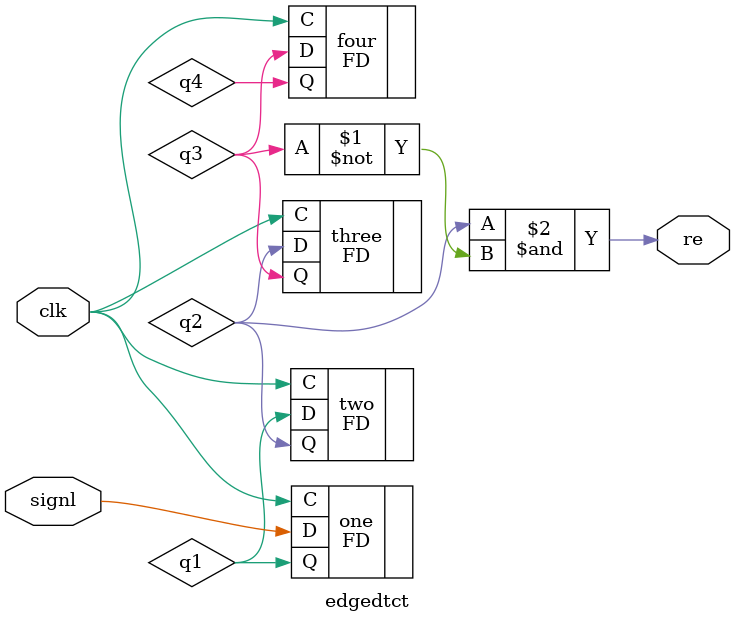
<source format=v>
`timescale 1ns / 1ps
module edgedtct(
				input clk,
				input signl,
				output re
    );
wire q1, q2, q3, q4;

FD one(.Q(q1), .C(clk), .D(signl));
FD two(.Q(q2), .C(clk), .D(q1));
FD three(.Q(q3), .C(clk), .D(q2));
FD four(.Q(q4), .C(clk), .D(q3));

assign re = q2 & (~q3);
endmodule

</source>
